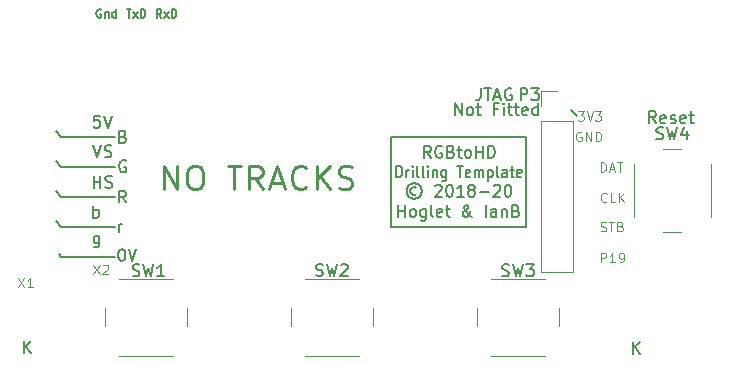
<source format=gto>
G04 #@! TF.GenerationSoftware,KiCad,Pcbnew,(5.1.4)-1*
G04 #@! TF.CreationDate,2020-03-10T21:25:51+00:00*
G04 #@! TF.ProjectId,rgb-to-hdmi,7267622d-746f-42d6-9864-6d692e6b6963,rev?*
G04 #@! TF.SameCoordinates,Original*
G04 #@! TF.FileFunction,Legend,Top*
G04 #@! TF.FilePolarity,Positive*
%FSLAX46Y46*%
G04 Gerber Fmt 4.6, Leading zero omitted, Abs format (unit mm)*
G04 Created by KiCad (PCBNEW (5.1.4)-1) date 2020-03-10 21:25:51*
%MOMM*%
%LPD*%
G04 APERTURE LIST*
%ADD10C,0.250000*%
%ADD11C,0.150000*%
%ADD12C,0.120000*%
%ADD13C,0.130000*%
G04 APERTURE END LIST*
D10*
X34289619Y-40075721D02*
X34289619Y-38075721D01*
X35432476Y-40075721D01*
X35432476Y-38075721D01*
X36765809Y-38075721D02*
X37146761Y-38075721D01*
X37337238Y-38170960D01*
X37527714Y-38361436D01*
X37622952Y-38742388D01*
X37622952Y-39409055D01*
X37527714Y-39790007D01*
X37337238Y-39980483D01*
X37146761Y-40075721D01*
X36765809Y-40075721D01*
X36575333Y-39980483D01*
X36384857Y-39790007D01*
X36289619Y-39409055D01*
X36289619Y-38742388D01*
X36384857Y-38361436D01*
X36575333Y-38170960D01*
X36765809Y-38075721D01*
X39718190Y-38075721D02*
X40861047Y-38075721D01*
X40289619Y-40075721D02*
X40289619Y-38075721D01*
X42670571Y-40075721D02*
X42003904Y-39123340D01*
X41527714Y-40075721D02*
X41527714Y-38075721D01*
X42289619Y-38075721D01*
X42480095Y-38170960D01*
X42575333Y-38266198D01*
X42670571Y-38456674D01*
X42670571Y-38742388D01*
X42575333Y-38932864D01*
X42480095Y-39028102D01*
X42289619Y-39123340D01*
X41527714Y-39123340D01*
X43432476Y-39504293D02*
X44384857Y-39504293D01*
X43242000Y-40075721D02*
X43908666Y-38075721D01*
X44575333Y-40075721D01*
X46384857Y-39885245D02*
X46289619Y-39980483D01*
X46003904Y-40075721D01*
X45813428Y-40075721D01*
X45527714Y-39980483D01*
X45337238Y-39790007D01*
X45242000Y-39599531D01*
X45146761Y-39218579D01*
X45146761Y-38932864D01*
X45242000Y-38551912D01*
X45337238Y-38361436D01*
X45527714Y-38170960D01*
X45813428Y-38075721D01*
X46003904Y-38075721D01*
X46289619Y-38170960D01*
X46384857Y-38266198D01*
X47242000Y-40075721D02*
X47242000Y-38075721D01*
X48384857Y-40075721D02*
X47527714Y-38932864D01*
X48384857Y-38075721D02*
X47242000Y-39218579D01*
X49146761Y-39980483D02*
X49432476Y-40075721D01*
X49908666Y-40075721D01*
X50099142Y-39980483D01*
X50194380Y-39885245D01*
X50289619Y-39694769D01*
X50289619Y-39504293D01*
X50194380Y-39313817D01*
X50099142Y-39218579D01*
X49908666Y-39123340D01*
X49527714Y-39028102D01*
X49337238Y-38932864D01*
X49242000Y-38837626D01*
X49146761Y-38647150D01*
X49146761Y-38456674D01*
X49242000Y-38266198D01*
X49337238Y-38170960D01*
X49527714Y-38075721D01*
X50003904Y-38075721D01*
X50289619Y-38170960D01*
D11*
X75976184Y-34460440D02*
X75642851Y-33984250D01*
X75404756Y-34460440D02*
X75404756Y-33460440D01*
X75785708Y-33460440D01*
X75880946Y-33508060D01*
X75928565Y-33555679D01*
X75976184Y-33650917D01*
X75976184Y-33793774D01*
X75928565Y-33889012D01*
X75880946Y-33936631D01*
X75785708Y-33984250D01*
X75404756Y-33984250D01*
X76785708Y-34412821D02*
X76690470Y-34460440D01*
X76499994Y-34460440D01*
X76404756Y-34412821D01*
X76357137Y-34317583D01*
X76357137Y-33936631D01*
X76404756Y-33841393D01*
X76499994Y-33793774D01*
X76690470Y-33793774D01*
X76785708Y-33841393D01*
X76833327Y-33936631D01*
X76833327Y-34031869D01*
X76357137Y-34127107D01*
X77214280Y-34412821D02*
X77309518Y-34460440D01*
X77499994Y-34460440D01*
X77595232Y-34412821D01*
X77642851Y-34317583D01*
X77642851Y-34269964D01*
X77595232Y-34174726D01*
X77499994Y-34127107D01*
X77357137Y-34127107D01*
X77261899Y-34079488D01*
X77214280Y-33984250D01*
X77214280Y-33936631D01*
X77261899Y-33841393D01*
X77357137Y-33793774D01*
X77499994Y-33793774D01*
X77595232Y-33841393D01*
X78452375Y-34412821D02*
X78357137Y-34460440D01*
X78166660Y-34460440D01*
X78071422Y-34412821D01*
X78023803Y-34317583D01*
X78023803Y-33936631D01*
X78071422Y-33841393D01*
X78166660Y-33793774D01*
X78357137Y-33793774D01*
X78452375Y-33841393D01*
X78499994Y-33936631D01*
X78499994Y-34031869D01*
X78023803Y-34127107D01*
X78785708Y-33793774D02*
X79166660Y-33793774D01*
X78928565Y-33460440D02*
X78928565Y-34317583D01*
X78976184Y-34412821D01*
X79071422Y-34460440D01*
X79166660Y-34460440D01*
D12*
X21974380Y-47572864D02*
X22507714Y-48372864D01*
X22507714Y-47572864D02*
X21974380Y-48372864D01*
X23231523Y-48372864D02*
X22774380Y-48372864D01*
X23002952Y-48372864D02*
X23002952Y-47572864D01*
X22926761Y-47687150D01*
X22850571Y-47763340D01*
X22774380Y-47801436D01*
X28354380Y-46442864D02*
X28887714Y-47242864D01*
X28887714Y-46442864D02*
X28354380Y-47242864D01*
X29154380Y-46519055D02*
X29192476Y-46480960D01*
X29268666Y-46442864D01*
X29459142Y-46442864D01*
X29535333Y-46480960D01*
X29573428Y-46519055D01*
X29611523Y-46595245D01*
X29611523Y-46671436D01*
X29573428Y-46785721D01*
X29116285Y-47242864D01*
X29611523Y-47242864D01*
D11*
X25642000Y-35620960D02*
X25184800Y-35163760D01*
X26150000Y-35620960D02*
X25642000Y-35620960D01*
X25642000Y-45780960D02*
X25438800Y-45577760D01*
X26150000Y-45780960D02*
X25642000Y-45780960D01*
X25642000Y-43240960D02*
X25184800Y-42783760D01*
X26150000Y-43240960D02*
X25642000Y-43240960D01*
X25642000Y-40700960D02*
X25184800Y-40243760D01*
X26175400Y-40700960D02*
X25642000Y-40700960D01*
X25642000Y-38160960D02*
X25184800Y-37703760D01*
X26150000Y-38160960D02*
X25642000Y-38160960D01*
D12*
X71305091Y-46252084D02*
X71305091Y-45452084D01*
X71609853Y-45452084D01*
X71686043Y-45490180D01*
X71724139Y-45528275D01*
X71762234Y-45604465D01*
X71762234Y-45718751D01*
X71724139Y-45794941D01*
X71686043Y-45833037D01*
X71609853Y-45871132D01*
X71305091Y-45871132D01*
X72524139Y-46252084D02*
X72066996Y-46252084D01*
X72295567Y-46252084D02*
X72295567Y-45452084D01*
X72219377Y-45566370D01*
X72143186Y-45642560D01*
X72066996Y-45680656D01*
X72905091Y-46252084D02*
X73057472Y-46252084D01*
X73133662Y-46213989D01*
X73171758Y-46175894D01*
X73247948Y-46061608D01*
X73286043Y-45909227D01*
X73286043Y-45604465D01*
X73247948Y-45528275D01*
X73209853Y-45490180D01*
X73133662Y-45452084D01*
X72981281Y-45452084D01*
X72905091Y-45490180D01*
X72866996Y-45528275D01*
X72828900Y-45604465D01*
X72828900Y-45794941D01*
X72866996Y-45871132D01*
X72905091Y-45909227D01*
X72981281Y-45947322D01*
X73133662Y-45947322D01*
X73209853Y-45909227D01*
X73247948Y-45871132D01*
X73286043Y-45794941D01*
X71294926Y-43597789D02*
X71409212Y-43635884D01*
X71599688Y-43635884D01*
X71675879Y-43597789D01*
X71713974Y-43559694D01*
X71752069Y-43483503D01*
X71752069Y-43407313D01*
X71713974Y-43331122D01*
X71675879Y-43293027D01*
X71599688Y-43254932D01*
X71447307Y-43216837D01*
X71371117Y-43178741D01*
X71333021Y-43140646D01*
X71294926Y-43064456D01*
X71294926Y-42988265D01*
X71333021Y-42912075D01*
X71371117Y-42873980D01*
X71447307Y-42835884D01*
X71637783Y-42835884D01*
X71752069Y-42873980D01*
X71980640Y-42835884D02*
X72437783Y-42835884D01*
X72209212Y-43635884D02*
X72209212Y-42835884D01*
X72971117Y-43216837D02*
X73085402Y-43254932D01*
X73123498Y-43293027D01*
X73161593Y-43369218D01*
X73161593Y-43483503D01*
X73123498Y-43559694D01*
X73085402Y-43597789D01*
X73009212Y-43635884D01*
X72704450Y-43635884D01*
X72704450Y-42835884D01*
X72971117Y-42835884D01*
X73047307Y-42873980D01*
X73085402Y-42912075D01*
X73123498Y-42988265D01*
X73123498Y-43064456D01*
X73085402Y-43140646D01*
X73047307Y-43178741D01*
X72971117Y-43216837D01*
X72704450Y-43216837D01*
X71312697Y-38586364D02*
X71312697Y-37786364D01*
X71503173Y-37786364D01*
X71617459Y-37824460D01*
X71693649Y-37900650D01*
X71731744Y-37976840D01*
X71769840Y-38129221D01*
X71769840Y-38243507D01*
X71731744Y-38395888D01*
X71693649Y-38472079D01*
X71617459Y-38548269D01*
X71503173Y-38586364D01*
X71312697Y-38586364D01*
X72074601Y-38357793D02*
X72455554Y-38357793D01*
X71998411Y-38586364D02*
X72265078Y-37786364D01*
X72531744Y-38586364D01*
X72684125Y-37786364D02*
X73141268Y-37786364D01*
X72912697Y-38586364D02*
X72912697Y-37786364D01*
X71823189Y-41080654D02*
X71785094Y-41118749D01*
X71670808Y-41156844D01*
X71594618Y-41156844D01*
X71480332Y-41118749D01*
X71404141Y-41042559D01*
X71366046Y-40966368D01*
X71327951Y-40813987D01*
X71327951Y-40699701D01*
X71366046Y-40547320D01*
X71404141Y-40471130D01*
X71480332Y-40394940D01*
X71594618Y-40356844D01*
X71670808Y-40356844D01*
X71785094Y-40394940D01*
X71823189Y-40433035D01*
X72546999Y-41156844D02*
X72166046Y-41156844D01*
X72166046Y-40356844D01*
X72813665Y-41156844D02*
X72813665Y-40356844D01*
X73270808Y-41156844D02*
X72927951Y-40699701D01*
X73270808Y-40356844D02*
X72813665Y-40813987D01*
D11*
X61127533Y-31517340D02*
X61127533Y-32231626D01*
X61079914Y-32374483D01*
X60984676Y-32469721D01*
X60841819Y-32517340D01*
X60746580Y-32517340D01*
X61460866Y-31517340D02*
X62032295Y-31517340D01*
X61746580Y-32517340D02*
X61746580Y-31517340D01*
X62318009Y-32231626D02*
X62794200Y-32231626D01*
X62222771Y-32517340D02*
X62556104Y-31517340D01*
X62889438Y-32517340D01*
X63746580Y-31564960D02*
X63651342Y-31517340D01*
X63508485Y-31517340D01*
X63365628Y-31564960D01*
X63270390Y-31660198D01*
X63222771Y-31755436D01*
X63175152Y-31945912D01*
X63175152Y-32088769D01*
X63222771Y-32279245D01*
X63270390Y-32374483D01*
X63365628Y-32469721D01*
X63508485Y-32517340D01*
X63603723Y-32517340D01*
X63746580Y-32469721D01*
X63794200Y-32422102D01*
X63794200Y-32088769D01*
X63603723Y-32088769D01*
X30214000Y-45780960D02*
X26150000Y-45780960D01*
X30705809Y-45123340D02*
X30801047Y-45123340D01*
X30896285Y-45170960D01*
X30943904Y-45218579D01*
X30991523Y-45313817D01*
X31039142Y-45504293D01*
X31039142Y-45742388D01*
X30991523Y-45932864D01*
X30943904Y-46028102D01*
X30896285Y-46075721D01*
X30801047Y-46123340D01*
X30705809Y-46123340D01*
X30610571Y-46075721D01*
X30562952Y-46028102D01*
X30515333Y-45932864D01*
X30467714Y-45742388D01*
X30467714Y-45504293D01*
X30515333Y-45313817D01*
X30562952Y-45218579D01*
X30610571Y-45170960D01*
X30705809Y-45123340D01*
X31324857Y-45123340D02*
X31658190Y-46123340D01*
X31991523Y-45123340D01*
X30214000Y-35620960D02*
X26150000Y-35620960D01*
X30214000Y-38160960D02*
X26150000Y-38160960D01*
X30214000Y-40700960D02*
X26150000Y-40700960D01*
X30214000Y-43240960D02*
X26150000Y-43240960D01*
X30480571Y-43663340D02*
X30480571Y-42996674D01*
X30480571Y-43187150D02*
X30528190Y-43091912D01*
X30575809Y-43044293D01*
X30671047Y-42996674D01*
X30766285Y-42996674D01*
X31101523Y-41183340D02*
X30768190Y-40707150D01*
X30530095Y-41183340D02*
X30530095Y-40183340D01*
X30911047Y-40183340D01*
X31006285Y-40230960D01*
X31053904Y-40278579D01*
X31101523Y-40373817D01*
X31101523Y-40516674D01*
X31053904Y-40611912D01*
X31006285Y-40659531D01*
X30911047Y-40707150D01*
X30530095Y-40707150D01*
X31093904Y-37660960D02*
X30998666Y-37613340D01*
X30855809Y-37613340D01*
X30712952Y-37660960D01*
X30617714Y-37756198D01*
X30570095Y-37851436D01*
X30522476Y-38041912D01*
X30522476Y-38184769D01*
X30570095Y-38375245D01*
X30617714Y-38470483D01*
X30712952Y-38565721D01*
X30855809Y-38613340D01*
X30951047Y-38613340D01*
X31093904Y-38565721D01*
X31141523Y-38518102D01*
X31141523Y-38184769D01*
X30951047Y-38184769D01*
X30863428Y-35599531D02*
X31006285Y-35647150D01*
X31053904Y-35694769D01*
X31101523Y-35790007D01*
X31101523Y-35932864D01*
X31053904Y-36028102D01*
X31006285Y-36075721D01*
X30911047Y-36123340D01*
X30530095Y-36123340D01*
X30530095Y-35123340D01*
X30863428Y-35123340D01*
X30958666Y-35170960D01*
X31006285Y-35218579D01*
X31053904Y-35313817D01*
X31053904Y-35409055D01*
X31006285Y-35504293D01*
X30958666Y-35551912D01*
X30863428Y-35599531D01*
X30530095Y-35599531D01*
X28866285Y-43986674D02*
X28866285Y-44796198D01*
X28818666Y-44891436D01*
X28771047Y-44939055D01*
X28675809Y-44986674D01*
X28532952Y-44986674D01*
X28437714Y-44939055D01*
X28866285Y-44605721D02*
X28771047Y-44653340D01*
X28580571Y-44653340D01*
X28485333Y-44605721D01*
X28437714Y-44558102D01*
X28390095Y-44462864D01*
X28390095Y-44177150D01*
X28437714Y-44081912D01*
X28485333Y-44034293D01*
X28580571Y-43986674D01*
X28771047Y-43986674D01*
X28866285Y-44034293D01*
X28357714Y-42463340D02*
X28357714Y-41463340D01*
X28357714Y-41844293D02*
X28452952Y-41796674D01*
X28643428Y-41796674D01*
X28738666Y-41844293D01*
X28786285Y-41891912D01*
X28833904Y-41987150D01*
X28833904Y-42272864D01*
X28786285Y-42368102D01*
X28738666Y-42415721D01*
X28643428Y-42463340D01*
X28452952Y-42463340D01*
X28357714Y-42415721D01*
X28370095Y-39933340D02*
X28370095Y-38933340D01*
X28370095Y-39409531D02*
X28941523Y-39409531D01*
X28941523Y-39933340D02*
X28941523Y-38933340D01*
X29370095Y-39885721D02*
X29512952Y-39933340D01*
X29751047Y-39933340D01*
X29846285Y-39885721D01*
X29893904Y-39838102D01*
X29941523Y-39742864D01*
X29941523Y-39647626D01*
X29893904Y-39552388D01*
X29846285Y-39504769D01*
X29751047Y-39457150D01*
X29560571Y-39409531D01*
X29465333Y-39361912D01*
X29417714Y-39314293D01*
X29370095Y-39219055D01*
X29370095Y-39123817D01*
X29417714Y-39028579D01*
X29465333Y-38980960D01*
X29560571Y-38933340D01*
X29798666Y-38933340D01*
X29941523Y-38980960D01*
X28352476Y-36343340D02*
X28685809Y-37343340D01*
X29019142Y-36343340D01*
X29304857Y-37295721D02*
X29447714Y-37343340D01*
X29685809Y-37343340D01*
X29781047Y-37295721D01*
X29828666Y-37248102D01*
X29876285Y-37152864D01*
X29876285Y-37057626D01*
X29828666Y-36962388D01*
X29781047Y-36914769D01*
X29685809Y-36867150D01*
X29495333Y-36819531D01*
X29400095Y-36771912D01*
X29352476Y-36724293D01*
X29304857Y-36629055D01*
X29304857Y-36533817D01*
X29352476Y-36438579D01*
X29400095Y-36390960D01*
X29495333Y-36343340D01*
X29733428Y-36343340D01*
X29876285Y-36390960D01*
X28891523Y-33843340D02*
X28415333Y-33843340D01*
X28367714Y-34319531D01*
X28415333Y-34271912D01*
X28510571Y-34224293D01*
X28748666Y-34224293D01*
X28843904Y-34271912D01*
X28891523Y-34319531D01*
X28939142Y-34414769D01*
X28939142Y-34652864D01*
X28891523Y-34748102D01*
X28843904Y-34795721D01*
X28748666Y-34843340D01*
X28510571Y-34843340D01*
X28415333Y-34795721D01*
X28367714Y-34748102D01*
X29224857Y-33843340D02*
X29558190Y-34843340D01*
X29891523Y-33843340D01*
D13*
X34115333Y-25523626D02*
X33882000Y-25190293D01*
X33715333Y-25523626D02*
X33715333Y-24823626D01*
X33982000Y-24823626D01*
X34048666Y-24856960D01*
X34082000Y-24890293D01*
X34115333Y-24956960D01*
X34115333Y-25056960D01*
X34082000Y-25123626D01*
X34048666Y-25156960D01*
X33982000Y-25190293D01*
X33715333Y-25190293D01*
X34348666Y-25523626D02*
X34715333Y-25056960D01*
X34348666Y-25056960D02*
X34715333Y-25523626D01*
X34982000Y-25523626D02*
X34982000Y-24823626D01*
X35148666Y-24823626D01*
X35248666Y-24856960D01*
X35315333Y-24923626D01*
X35348666Y-24990293D01*
X35382000Y-25123626D01*
X35382000Y-25223626D01*
X35348666Y-25356960D01*
X35315333Y-25423626D01*
X35248666Y-25490293D01*
X35148666Y-25523626D01*
X34982000Y-25523626D01*
X31158666Y-24823626D02*
X31558666Y-24823626D01*
X31358666Y-25523626D02*
X31358666Y-24823626D01*
X31725333Y-25523626D02*
X32092000Y-25056960D01*
X31725333Y-25056960D02*
X32092000Y-25523626D01*
X32358666Y-25523626D02*
X32358666Y-24823626D01*
X32525333Y-24823626D01*
X32625333Y-24856960D01*
X32692000Y-24923626D01*
X32725333Y-24990293D01*
X32758666Y-25123626D01*
X32758666Y-25223626D01*
X32725333Y-25356960D01*
X32692000Y-25423626D01*
X32625333Y-25490293D01*
X32525333Y-25523626D01*
X32358666Y-25523626D01*
X29002000Y-24856960D02*
X28935333Y-24823626D01*
X28835333Y-24823626D01*
X28735333Y-24856960D01*
X28668666Y-24923626D01*
X28635333Y-24990293D01*
X28602000Y-25123626D01*
X28602000Y-25223626D01*
X28635333Y-25356960D01*
X28668666Y-25423626D01*
X28735333Y-25490293D01*
X28835333Y-25523626D01*
X28902000Y-25523626D01*
X29002000Y-25490293D01*
X29035333Y-25456960D01*
X29035333Y-25223626D01*
X28902000Y-25223626D01*
X29335333Y-25056960D02*
X29335333Y-25523626D01*
X29335333Y-25123626D02*
X29368666Y-25090293D01*
X29435333Y-25056960D01*
X29535333Y-25056960D01*
X29602000Y-25090293D01*
X29635333Y-25156960D01*
X29635333Y-25523626D01*
X30268666Y-25523626D02*
X30268666Y-24823626D01*
X30268666Y-25490293D02*
X30202000Y-25523626D01*
X30068666Y-25523626D01*
X30002000Y-25490293D01*
X29968666Y-25456960D01*
X29935333Y-25390293D01*
X29935333Y-25190293D01*
X29968666Y-25123626D01*
X30002000Y-25090293D01*
X30068666Y-25056960D01*
X30202000Y-25056960D01*
X30268666Y-25090293D01*
D11*
X74060095Y-53973340D02*
X74060095Y-52973340D01*
X74631523Y-53973340D02*
X74202952Y-53401912D01*
X74631523Y-52973340D02*
X74060095Y-53544769D01*
X22460095Y-53913340D02*
X22460095Y-52913340D01*
X23031523Y-53913340D02*
X22602952Y-53341912D01*
X23031523Y-52913340D02*
X22460095Y-53484769D01*
X58948190Y-33787340D02*
X58948190Y-32787340D01*
X59519619Y-33787340D01*
X59519619Y-32787340D01*
X60138666Y-33787340D02*
X60043428Y-33739721D01*
X59995809Y-33692102D01*
X59948190Y-33596864D01*
X59948190Y-33311150D01*
X59995809Y-33215912D01*
X60043428Y-33168293D01*
X60138666Y-33120674D01*
X60281523Y-33120674D01*
X60376761Y-33168293D01*
X60424380Y-33215912D01*
X60472000Y-33311150D01*
X60472000Y-33596864D01*
X60424380Y-33692102D01*
X60376761Y-33739721D01*
X60281523Y-33787340D01*
X60138666Y-33787340D01*
X60757714Y-33120674D02*
X61138666Y-33120674D01*
X60900571Y-32787340D02*
X60900571Y-33644483D01*
X60948190Y-33739721D01*
X61043428Y-33787340D01*
X61138666Y-33787340D01*
X62567238Y-33263531D02*
X62233904Y-33263531D01*
X62233904Y-33787340D02*
X62233904Y-32787340D01*
X62710095Y-32787340D01*
X63091047Y-33787340D02*
X63091047Y-33120674D01*
X63091047Y-32787340D02*
X63043428Y-32834960D01*
X63091047Y-32882579D01*
X63138666Y-32834960D01*
X63091047Y-32787340D01*
X63091047Y-32882579D01*
X63424380Y-33120674D02*
X63805333Y-33120674D01*
X63567238Y-32787340D02*
X63567238Y-33644483D01*
X63614857Y-33739721D01*
X63710095Y-33787340D01*
X63805333Y-33787340D01*
X63995809Y-33120674D02*
X64376761Y-33120674D01*
X64138666Y-32787340D02*
X64138666Y-33644483D01*
X64186285Y-33739721D01*
X64281523Y-33787340D01*
X64376761Y-33787340D01*
X65091047Y-33739721D02*
X64995809Y-33787340D01*
X64805333Y-33787340D01*
X64710095Y-33739721D01*
X64662476Y-33644483D01*
X64662476Y-33263531D01*
X64710095Y-33168293D01*
X64805333Y-33120674D01*
X64995809Y-33120674D01*
X65091047Y-33168293D01*
X65138666Y-33263531D01*
X65138666Y-33358769D01*
X64662476Y-33454007D01*
X65995809Y-33787340D02*
X65995809Y-32787340D01*
X65995809Y-33739721D02*
X65900571Y-33787340D01*
X65710095Y-33787340D01*
X65614857Y-33739721D01*
X65567238Y-33692102D01*
X65519619Y-33596864D01*
X65519619Y-33311150D01*
X65567238Y-33215912D01*
X65614857Y-33168293D01*
X65710095Y-33120674D01*
X65900571Y-33120674D01*
X65995809Y-33168293D01*
X69330000Y-33842960D02*
X69076000Y-33588960D01*
X68822000Y-33334960D02*
X69330000Y-33842960D01*
D12*
X69386123Y-33478524D02*
X69881361Y-33478524D01*
X69614695Y-33783286D01*
X69728980Y-33783286D01*
X69805171Y-33821381D01*
X69843266Y-33859477D01*
X69881361Y-33935667D01*
X69881361Y-34126143D01*
X69843266Y-34202334D01*
X69805171Y-34240429D01*
X69728980Y-34278524D01*
X69500409Y-34278524D01*
X69424219Y-34240429D01*
X69386123Y-34202334D01*
X70109933Y-33478524D02*
X70376600Y-34278524D01*
X70643266Y-33478524D01*
X70833742Y-33478524D02*
X71328980Y-33478524D01*
X71062314Y-33783286D01*
X71176600Y-33783286D01*
X71252790Y-33821381D01*
X71290885Y-33859477D01*
X71328980Y-33935667D01*
X71328980Y-34126143D01*
X71290885Y-34202334D01*
X71252790Y-34240429D01*
X71176600Y-34278524D01*
X70948028Y-34278524D01*
X70871838Y-34240429D01*
X70833742Y-34202334D01*
X69662936Y-35223500D02*
X69586745Y-35185404D01*
X69472460Y-35185404D01*
X69358174Y-35223500D01*
X69281983Y-35299690D01*
X69243888Y-35375880D01*
X69205793Y-35528261D01*
X69205793Y-35642547D01*
X69243888Y-35794928D01*
X69281983Y-35871119D01*
X69358174Y-35947309D01*
X69472460Y-35985404D01*
X69548650Y-35985404D01*
X69662936Y-35947309D01*
X69701031Y-35909214D01*
X69701031Y-35642547D01*
X69548650Y-35642547D01*
X70043888Y-35985404D02*
X70043888Y-35185404D01*
X70501031Y-35985404D01*
X70501031Y-35185404D01*
X70881983Y-35985404D02*
X70881983Y-35185404D01*
X71072460Y-35185404D01*
X71186745Y-35223500D01*
X71262936Y-35299690D01*
X71301031Y-35375880D01*
X71339126Y-35528261D01*
X71339126Y-35642547D01*
X71301031Y-35794928D01*
X71262936Y-35871119D01*
X71186745Y-35947309D01*
X71072460Y-35985404D01*
X70881983Y-35985404D01*
D11*
X54159533Y-42397940D02*
X54159533Y-41397940D01*
X54159533Y-41874131D02*
X54719533Y-41874131D01*
X54719533Y-42397940D02*
X54719533Y-41397940D01*
X55326200Y-42397940D02*
X55232866Y-42350321D01*
X55186200Y-42302702D01*
X55139533Y-42207464D01*
X55139533Y-41921750D01*
X55186200Y-41826512D01*
X55232866Y-41778893D01*
X55326200Y-41731274D01*
X55466200Y-41731274D01*
X55559533Y-41778893D01*
X55606200Y-41826512D01*
X55652866Y-41921750D01*
X55652866Y-42207464D01*
X55606200Y-42302702D01*
X55559533Y-42350321D01*
X55466200Y-42397940D01*
X55326200Y-42397940D01*
X56492866Y-41731274D02*
X56492866Y-42540798D01*
X56446200Y-42636036D01*
X56399533Y-42683655D01*
X56306200Y-42731274D01*
X56166200Y-42731274D01*
X56072866Y-42683655D01*
X56492866Y-42350321D02*
X56399533Y-42397940D01*
X56212866Y-42397940D01*
X56119533Y-42350321D01*
X56072866Y-42302702D01*
X56026200Y-42207464D01*
X56026200Y-41921750D01*
X56072866Y-41826512D01*
X56119533Y-41778893D01*
X56212866Y-41731274D01*
X56399533Y-41731274D01*
X56492866Y-41778893D01*
X57099533Y-42397940D02*
X57006200Y-42350321D01*
X56959533Y-42255083D01*
X56959533Y-41397940D01*
X57846200Y-42350321D02*
X57752866Y-42397940D01*
X57566200Y-42397940D01*
X57472866Y-42350321D01*
X57426200Y-42255083D01*
X57426200Y-41874131D01*
X57472866Y-41778893D01*
X57566200Y-41731274D01*
X57752866Y-41731274D01*
X57846200Y-41778893D01*
X57892866Y-41874131D01*
X57892866Y-41969369D01*
X57426200Y-42064607D01*
X58172866Y-41731274D02*
X58546200Y-41731274D01*
X58312866Y-41397940D02*
X58312866Y-42255083D01*
X58359533Y-42350321D01*
X58452866Y-42397940D01*
X58546200Y-42397940D01*
X60412866Y-42397940D02*
X60366200Y-42397940D01*
X60272866Y-42350321D01*
X60132866Y-42207464D01*
X59899533Y-41921750D01*
X59806200Y-41778893D01*
X59759533Y-41636036D01*
X59759533Y-41540798D01*
X59806200Y-41445560D01*
X59899533Y-41397940D01*
X59946200Y-41397940D01*
X60039533Y-41445560D01*
X60086200Y-41540798D01*
X60086200Y-41588417D01*
X60039533Y-41683655D01*
X59992866Y-41731274D01*
X59712866Y-41921750D01*
X59666200Y-41969369D01*
X59619533Y-42064607D01*
X59619533Y-42207464D01*
X59666200Y-42302702D01*
X59712866Y-42350321D01*
X59806200Y-42397940D01*
X59946200Y-42397940D01*
X60039533Y-42350321D01*
X60086200Y-42302702D01*
X60226200Y-42112226D01*
X60272866Y-41969369D01*
X60272866Y-41874131D01*
X61579533Y-42397940D02*
X61579533Y-41397940D01*
X62466200Y-42397940D02*
X62466200Y-41874131D01*
X62419533Y-41778893D01*
X62326200Y-41731274D01*
X62139533Y-41731274D01*
X62046200Y-41778893D01*
X62466200Y-42350321D02*
X62372866Y-42397940D01*
X62139533Y-42397940D01*
X62046200Y-42350321D01*
X61999533Y-42255083D01*
X61999533Y-42159845D01*
X62046200Y-42064607D01*
X62139533Y-42016988D01*
X62372866Y-42016988D01*
X62466200Y-41969369D01*
X62932866Y-41731274D02*
X62932866Y-42397940D01*
X62932866Y-41826512D02*
X62979533Y-41778893D01*
X63072866Y-41731274D01*
X63212866Y-41731274D01*
X63306200Y-41778893D01*
X63352866Y-41874131D01*
X63352866Y-42397940D01*
X64146200Y-41874131D02*
X64286200Y-41921750D01*
X64332866Y-41969369D01*
X64379533Y-42064607D01*
X64379533Y-42207464D01*
X64332866Y-42302702D01*
X64286200Y-42350321D01*
X64192866Y-42397940D01*
X63819533Y-42397940D01*
X63819533Y-41397940D01*
X64146200Y-41397940D01*
X64239533Y-41445560D01*
X64286200Y-41493179D01*
X64332866Y-41588417D01*
X64332866Y-41683655D01*
X64286200Y-41778893D01*
X64239533Y-41826512D01*
X64146200Y-41874131D01*
X63819533Y-41874131D01*
X55703666Y-39934236D02*
X55610333Y-39886617D01*
X55423666Y-39886617D01*
X55330333Y-39934236D01*
X55237000Y-40029474D01*
X55190333Y-40124712D01*
X55190333Y-40315188D01*
X55237000Y-40410426D01*
X55330333Y-40505664D01*
X55423666Y-40553283D01*
X55610333Y-40553283D01*
X55703666Y-40505664D01*
X55517000Y-39553283D02*
X55283666Y-39600902D01*
X55050333Y-39743760D01*
X54910333Y-39981855D01*
X54863666Y-40219950D01*
X54910333Y-40458045D01*
X55050333Y-40696140D01*
X55283666Y-40838998D01*
X55517000Y-40886617D01*
X55750333Y-40838998D01*
X55983666Y-40696140D01*
X56123666Y-40458045D01*
X56170333Y-40219950D01*
X56123666Y-39981855D01*
X55983666Y-39743760D01*
X55750333Y-39600902D01*
X55517000Y-39553283D01*
X57290333Y-39791379D02*
X57337000Y-39743760D01*
X57430333Y-39696140D01*
X57663666Y-39696140D01*
X57757000Y-39743760D01*
X57803666Y-39791379D01*
X57850333Y-39886617D01*
X57850333Y-39981855D01*
X57803666Y-40124712D01*
X57243666Y-40696140D01*
X57850333Y-40696140D01*
X58457000Y-39696140D02*
X58550333Y-39696140D01*
X58643666Y-39743760D01*
X58690333Y-39791379D01*
X58737000Y-39886617D01*
X58783666Y-40077093D01*
X58783666Y-40315188D01*
X58737000Y-40505664D01*
X58690333Y-40600902D01*
X58643666Y-40648521D01*
X58550333Y-40696140D01*
X58457000Y-40696140D01*
X58363666Y-40648521D01*
X58317000Y-40600902D01*
X58270333Y-40505664D01*
X58223666Y-40315188D01*
X58223666Y-40077093D01*
X58270333Y-39886617D01*
X58317000Y-39791379D01*
X58363666Y-39743760D01*
X58457000Y-39696140D01*
X59717000Y-40696140D02*
X59157000Y-40696140D01*
X59437000Y-40696140D02*
X59437000Y-39696140D01*
X59343666Y-39838998D01*
X59250333Y-39934236D01*
X59157000Y-39981855D01*
X60277000Y-40124712D02*
X60183666Y-40077093D01*
X60137000Y-40029474D01*
X60090333Y-39934236D01*
X60090333Y-39886617D01*
X60137000Y-39791379D01*
X60183666Y-39743760D01*
X60277000Y-39696140D01*
X60463666Y-39696140D01*
X60557000Y-39743760D01*
X60603666Y-39791379D01*
X60650333Y-39886617D01*
X60650333Y-39934236D01*
X60603666Y-40029474D01*
X60557000Y-40077093D01*
X60463666Y-40124712D01*
X60277000Y-40124712D01*
X60183666Y-40172331D01*
X60137000Y-40219950D01*
X60090333Y-40315188D01*
X60090333Y-40505664D01*
X60137000Y-40600902D01*
X60183666Y-40648521D01*
X60277000Y-40696140D01*
X60463666Y-40696140D01*
X60557000Y-40648521D01*
X60603666Y-40600902D01*
X60650333Y-40505664D01*
X60650333Y-40315188D01*
X60603666Y-40219950D01*
X60557000Y-40172331D01*
X60463666Y-40124712D01*
X61070333Y-40315188D02*
X61817000Y-40315188D01*
X62237000Y-39791379D02*
X62283666Y-39743760D01*
X62377000Y-39696140D01*
X62610333Y-39696140D01*
X62703666Y-39743760D01*
X62750333Y-39791379D01*
X62797000Y-39886617D01*
X62797000Y-39981855D01*
X62750333Y-40124712D01*
X62190333Y-40696140D01*
X62797000Y-40696140D01*
X63403666Y-39696140D02*
X63497000Y-39696140D01*
X63590333Y-39743760D01*
X63637000Y-39791379D01*
X63683666Y-39886617D01*
X63730333Y-40077093D01*
X63730333Y-40315188D01*
X63683666Y-40505664D01*
X63637000Y-40600902D01*
X63590333Y-40648521D01*
X63497000Y-40696140D01*
X63403666Y-40696140D01*
X63310333Y-40648521D01*
X63263666Y-40600902D01*
X63217000Y-40505664D01*
X63170333Y-40315188D01*
X63170333Y-40077093D01*
X63217000Y-39886617D01*
X63263666Y-39791379D01*
X63310333Y-39743760D01*
X63403666Y-39696140D01*
X54002277Y-39068000D02*
X54002277Y-38068000D01*
X54204658Y-38068000D01*
X54326086Y-38115620D01*
X54407039Y-38210858D01*
X54447515Y-38306096D01*
X54487991Y-38496572D01*
X54487991Y-38639429D01*
X54447515Y-38829905D01*
X54407039Y-38925143D01*
X54326086Y-39020381D01*
X54204658Y-39068000D01*
X54002277Y-39068000D01*
X54852277Y-39068000D02*
X54852277Y-38401334D01*
X54852277Y-38591810D02*
X54892753Y-38496572D01*
X54933229Y-38448953D01*
X55014181Y-38401334D01*
X55095134Y-38401334D01*
X55378467Y-39068000D02*
X55378467Y-38401334D01*
X55378467Y-38068000D02*
X55337991Y-38115620D01*
X55378467Y-38163239D01*
X55418943Y-38115620D01*
X55378467Y-38068000D01*
X55378467Y-38163239D01*
X55904658Y-39068000D02*
X55823705Y-39020381D01*
X55783229Y-38925143D01*
X55783229Y-38068000D01*
X56349896Y-39068000D02*
X56268943Y-39020381D01*
X56228467Y-38925143D01*
X56228467Y-38068000D01*
X56673705Y-39068000D02*
X56673705Y-38401334D01*
X56673705Y-38068000D02*
X56633229Y-38115620D01*
X56673705Y-38163239D01*
X56714181Y-38115620D01*
X56673705Y-38068000D01*
X56673705Y-38163239D01*
X57078467Y-38401334D02*
X57078467Y-39068000D01*
X57078467Y-38496572D02*
X57118943Y-38448953D01*
X57199896Y-38401334D01*
X57321324Y-38401334D01*
X57402277Y-38448953D01*
X57442753Y-38544191D01*
X57442753Y-39068000D01*
X58211800Y-38401334D02*
X58211800Y-39210858D01*
X58171324Y-39306096D01*
X58130848Y-39353715D01*
X58049896Y-39401334D01*
X57928467Y-39401334D01*
X57847515Y-39353715D01*
X58211800Y-39020381D02*
X58130848Y-39068000D01*
X57968943Y-39068000D01*
X57887991Y-39020381D01*
X57847515Y-38972762D01*
X57807039Y-38877524D01*
X57807039Y-38591810D01*
X57847515Y-38496572D01*
X57887991Y-38448953D01*
X57968943Y-38401334D01*
X58130848Y-38401334D01*
X58211800Y-38448953D01*
X59142753Y-38068000D02*
X59628467Y-38068000D01*
X59385610Y-39068000D02*
X59385610Y-38068000D01*
X60235610Y-39020381D02*
X60154658Y-39068000D01*
X59992753Y-39068000D01*
X59911800Y-39020381D01*
X59871324Y-38925143D01*
X59871324Y-38544191D01*
X59911800Y-38448953D01*
X59992753Y-38401334D01*
X60154658Y-38401334D01*
X60235610Y-38448953D01*
X60276086Y-38544191D01*
X60276086Y-38639429D01*
X59871324Y-38734667D01*
X60640372Y-39068000D02*
X60640372Y-38401334D01*
X60640372Y-38496572D02*
X60680848Y-38448953D01*
X60761800Y-38401334D01*
X60883229Y-38401334D01*
X60964181Y-38448953D01*
X61004658Y-38544191D01*
X61004658Y-39068000D01*
X61004658Y-38544191D02*
X61045134Y-38448953D01*
X61126086Y-38401334D01*
X61247515Y-38401334D01*
X61328467Y-38448953D01*
X61368943Y-38544191D01*
X61368943Y-39068000D01*
X61773705Y-38401334D02*
X61773705Y-39401334D01*
X61773705Y-38448953D02*
X61854658Y-38401334D01*
X62016562Y-38401334D01*
X62097515Y-38448953D01*
X62137991Y-38496572D01*
X62178467Y-38591810D01*
X62178467Y-38877524D01*
X62137991Y-38972762D01*
X62097515Y-39020381D01*
X62016562Y-39068000D01*
X61854658Y-39068000D01*
X61773705Y-39020381D01*
X62664181Y-39068000D02*
X62583229Y-39020381D01*
X62542753Y-38925143D01*
X62542753Y-38068000D01*
X63352277Y-39068000D02*
X63352277Y-38544191D01*
X63311800Y-38448953D01*
X63230848Y-38401334D01*
X63068943Y-38401334D01*
X62987991Y-38448953D01*
X63352277Y-39020381D02*
X63271324Y-39068000D01*
X63068943Y-39068000D01*
X62987991Y-39020381D01*
X62947515Y-38925143D01*
X62947515Y-38829905D01*
X62987991Y-38734667D01*
X63068943Y-38687048D01*
X63271324Y-38687048D01*
X63352277Y-38639429D01*
X63635610Y-38401334D02*
X63959420Y-38401334D01*
X63757039Y-38068000D02*
X63757039Y-38925143D01*
X63797515Y-39020381D01*
X63878467Y-39068000D01*
X63959420Y-39068000D01*
X64566562Y-39020381D02*
X64485610Y-39068000D01*
X64323705Y-39068000D01*
X64242753Y-39020381D01*
X64202277Y-38925143D01*
X64202277Y-38544191D01*
X64242753Y-38448953D01*
X64323705Y-38401334D01*
X64485610Y-38401334D01*
X64566562Y-38448953D01*
X64607039Y-38544191D01*
X64607039Y-38639429D01*
X64202277Y-38734667D01*
X56919066Y-37394140D02*
X56592400Y-36917950D01*
X56359066Y-37394140D02*
X56359066Y-36394140D01*
X56732400Y-36394140D01*
X56825733Y-36441760D01*
X56872400Y-36489379D01*
X56919066Y-36584617D01*
X56919066Y-36727474D01*
X56872400Y-36822712D01*
X56825733Y-36870331D01*
X56732400Y-36917950D01*
X56359066Y-36917950D01*
X57852400Y-36441760D02*
X57759066Y-36394140D01*
X57619066Y-36394140D01*
X57479066Y-36441760D01*
X57385733Y-36536998D01*
X57339066Y-36632236D01*
X57292400Y-36822712D01*
X57292400Y-36965569D01*
X57339066Y-37156045D01*
X57385733Y-37251283D01*
X57479066Y-37346521D01*
X57619066Y-37394140D01*
X57712400Y-37394140D01*
X57852400Y-37346521D01*
X57899066Y-37298902D01*
X57899066Y-36965569D01*
X57712400Y-36965569D01*
X58645733Y-36870331D02*
X58785733Y-36917950D01*
X58832400Y-36965569D01*
X58879066Y-37060807D01*
X58879066Y-37203664D01*
X58832400Y-37298902D01*
X58785733Y-37346521D01*
X58692400Y-37394140D01*
X58319066Y-37394140D01*
X58319066Y-36394140D01*
X58645733Y-36394140D01*
X58739066Y-36441760D01*
X58785733Y-36489379D01*
X58832400Y-36584617D01*
X58832400Y-36679855D01*
X58785733Y-36775093D01*
X58739066Y-36822712D01*
X58645733Y-36870331D01*
X58319066Y-36870331D01*
X59159066Y-36727474D02*
X59532400Y-36727474D01*
X59299066Y-36394140D02*
X59299066Y-37251283D01*
X59345733Y-37346521D01*
X59439066Y-37394140D01*
X59532400Y-37394140D01*
X59999066Y-37394140D02*
X59905733Y-37346521D01*
X59859066Y-37298902D01*
X59812400Y-37203664D01*
X59812400Y-36917950D01*
X59859066Y-36822712D01*
X59905733Y-36775093D01*
X59999066Y-36727474D01*
X60139066Y-36727474D01*
X60232400Y-36775093D01*
X60279066Y-36822712D01*
X60325733Y-36917950D01*
X60325733Y-37203664D01*
X60279066Y-37298902D01*
X60232400Y-37346521D01*
X60139066Y-37394140D01*
X59999066Y-37394140D01*
X60745733Y-37394140D02*
X60745733Y-36394140D01*
X60745733Y-36870331D02*
X61305733Y-36870331D01*
X61305733Y-37394140D02*
X61305733Y-36394140D01*
X61772400Y-37394140D02*
X61772400Y-36394140D01*
X62005733Y-36394140D01*
X62145733Y-36441760D01*
X62239066Y-36536998D01*
X62285733Y-36632236D01*
X62332400Y-36822712D01*
X62332400Y-36965569D01*
X62285733Y-37156045D01*
X62239066Y-37251283D01*
X62145733Y-37346521D01*
X62005733Y-37394140D01*
X61772400Y-37394140D01*
X53582000Y-43240960D02*
X53582000Y-35620960D01*
X65012000Y-43240960D02*
X53582000Y-43240960D01*
X65012000Y-35620960D02*
X65012000Y-43240960D01*
X53582000Y-35620960D02*
X65012000Y-35620960D01*
D12*
X66270800Y-47084001D02*
X68930800Y-47084001D01*
X66270800Y-34324001D02*
X66270800Y-47084001D01*
X68930800Y-34324001D02*
X68930800Y-47084001D01*
X66270800Y-34324001D02*
X68930800Y-34324001D01*
X66270800Y-33054001D02*
X66270800Y-31724001D01*
X66270800Y-31724001D02*
X67600800Y-31724001D01*
X29306000Y-50146960D02*
X29306000Y-51646960D01*
X30556000Y-54146960D02*
X35056000Y-54146960D01*
X36306000Y-51646960D02*
X36306000Y-50146960D01*
X35056000Y-47646960D02*
X30556000Y-47646960D01*
X50804000Y-47646960D02*
X46304000Y-47646960D01*
X52054000Y-51646960D02*
X52054000Y-50146960D01*
X46304000Y-54146960D02*
X50804000Y-54146960D01*
X45054000Y-50146960D02*
X45054000Y-51646960D01*
X66552000Y-47646960D02*
X62052000Y-47646960D01*
X67802000Y-51646960D02*
X67802000Y-50146960D01*
X62052000Y-54146960D02*
X66552000Y-54146960D01*
X60802000Y-50146960D02*
X60802000Y-51646960D01*
X76617000Y-43640960D02*
X78117000Y-43640960D01*
X80617000Y-42390960D02*
X80617000Y-37890960D01*
X78117000Y-36640960D02*
X76617000Y-36640960D01*
X74117000Y-37890960D02*
X74117000Y-42390960D01*
D11*
X64527904Y-32517340D02*
X64527904Y-31517340D01*
X64908857Y-31517340D01*
X65004095Y-31564960D01*
X65051714Y-31612579D01*
X65099333Y-31707817D01*
X65099333Y-31850674D01*
X65051714Y-31945912D01*
X65004095Y-31993531D01*
X64908857Y-32041150D01*
X64527904Y-32041150D01*
X65432666Y-31517340D02*
X66051714Y-31517340D01*
X65718380Y-31898293D01*
X65861238Y-31898293D01*
X65956476Y-31945912D01*
X66004095Y-31993531D01*
X66051714Y-32088769D01*
X66051714Y-32326864D01*
X66004095Y-32422102D01*
X65956476Y-32469721D01*
X65861238Y-32517340D01*
X65575523Y-32517340D01*
X65480285Y-32469721D01*
X65432666Y-32422102D01*
X31668666Y-47375721D02*
X31811523Y-47423340D01*
X32049619Y-47423340D01*
X32144857Y-47375721D01*
X32192476Y-47328102D01*
X32240095Y-47232864D01*
X32240095Y-47137626D01*
X32192476Y-47042388D01*
X32144857Y-46994769D01*
X32049619Y-46947150D01*
X31859142Y-46899531D01*
X31763904Y-46851912D01*
X31716285Y-46804293D01*
X31668666Y-46709055D01*
X31668666Y-46613817D01*
X31716285Y-46518579D01*
X31763904Y-46470960D01*
X31859142Y-46423340D01*
X32097238Y-46423340D01*
X32240095Y-46470960D01*
X32573428Y-46423340D02*
X32811523Y-47423340D01*
X33002000Y-46709055D01*
X33192476Y-47423340D01*
X33430571Y-46423340D01*
X34335333Y-47423340D02*
X33763904Y-47423340D01*
X34049619Y-47423340D02*
X34049619Y-46423340D01*
X33954380Y-46566198D01*
X33859142Y-46661436D01*
X33763904Y-46709055D01*
X47208666Y-47365721D02*
X47351523Y-47413340D01*
X47589619Y-47413340D01*
X47684857Y-47365721D01*
X47732476Y-47318102D01*
X47780095Y-47222864D01*
X47780095Y-47127626D01*
X47732476Y-47032388D01*
X47684857Y-46984769D01*
X47589619Y-46937150D01*
X47399142Y-46889531D01*
X47303904Y-46841912D01*
X47256285Y-46794293D01*
X47208666Y-46699055D01*
X47208666Y-46603817D01*
X47256285Y-46508579D01*
X47303904Y-46460960D01*
X47399142Y-46413340D01*
X47637238Y-46413340D01*
X47780095Y-46460960D01*
X48113428Y-46413340D02*
X48351523Y-47413340D01*
X48542000Y-46699055D01*
X48732476Y-47413340D01*
X48970571Y-46413340D01*
X49303904Y-46508579D02*
X49351523Y-46460960D01*
X49446761Y-46413340D01*
X49684857Y-46413340D01*
X49780095Y-46460960D01*
X49827714Y-46508579D01*
X49875333Y-46603817D01*
X49875333Y-46699055D01*
X49827714Y-46841912D01*
X49256285Y-47413340D01*
X49875333Y-47413340D01*
X62968666Y-47375721D02*
X63111523Y-47423340D01*
X63349619Y-47423340D01*
X63444857Y-47375721D01*
X63492476Y-47328102D01*
X63540095Y-47232864D01*
X63540095Y-47137626D01*
X63492476Y-47042388D01*
X63444857Y-46994769D01*
X63349619Y-46947150D01*
X63159142Y-46899531D01*
X63063904Y-46851912D01*
X63016285Y-46804293D01*
X62968666Y-46709055D01*
X62968666Y-46613817D01*
X63016285Y-46518579D01*
X63063904Y-46470960D01*
X63159142Y-46423340D01*
X63397238Y-46423340D01*
X63540095Y-46470960D01*
X63873428Y-46423340D02*
X64111523Y-47423340D01*
X64302000Y-46709055D01*
X64492476Y-47423340D01*
X64730571Y-46423340D01*
X65016285Y-46423340D02*
X65635333Y-46423340D01*
X65302000Y-46804293D01*
X65444857Y-46804293D01*
X65540095Y-46851912D01*
X65587714Y-46899531D01*
X65635333Y-46994769D01*
X65635333Y-47232864D01*
X65587714Y-47328102D01*
X65540095Y-47375721D01*
X65444857Y-47423340D01*
X65159142Y-47423340D01*
X65063904Y-47375721D01*
X65016285Y-47328102D01*
X76028266Y-35779341D02*
X76171123Y-35826960D01*
X76409219Y-35826960D01*
X76504457Y-35779341D01*
X76552076Y-35731722D01*
X76599695Y-35636484D01*
X76599695Y-35541246D01*
X76552076Y-35446008D01*
X76504457Y-35398389D01*
X76409219Y-35350770D01*
X76218742Y-35303151D01*
X76123504Y-35255532D01*
X76075885Y-35207913D01*
X76028266Y-35112675D01*
X76028266Y-35017437D01*
X76075885Y-34922199D01*
X76123504Y-34874580D01*
X76218742Y-34826960D01*
X76456838Y-34826960D01*
X76599695Y-34874580D01*
X76933028Y-34826960D02*
X77171123Y-35826960D01*
X77361600Y-35112675D01*
X77552076Y-35826960D01*
X77790171Y-34826960D01*
X78599695Y-35160294D02*
X78599695Y-35826960D01*
X78361600Y-34779341D02*
X78123504Y-35493627D01*
X78742552Y-35493627D01*
M02*

</source>
